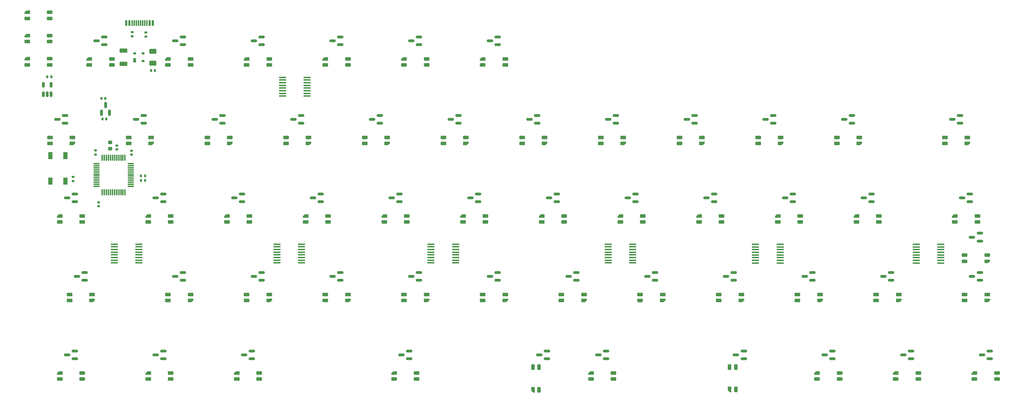
<source format=gbr>
G04 #@! TF.GenerationSoftware,KiCad,Pcbnew,(7.0.0)*
G04 #@! TF.CreationDate,2023-09-30T19:12:23+02:00*
G04 #@! TF.ProjectId,vootington gaming,766f6f74-696e-4677-946f-6e2067616d69,rev?*
G04 #@! TF.SameCoordinates,Original*
G04 #@! TF.FileFunction,Paste,Bot*
G04 #@! TF.FilePolarity,Positive*
%FSLAX46Y46*%
G04 Gerber Fmt 4.6, Leading zero omitted, Abs format (unit mm)*
G04 Created by KiCad (PCBNEW (7.0.0)) date 2023-09-30 19:12:23*
%MOMM*%
%LPD*%
G01*
G04 APERTURE LIST*
G04 Aperture macros list*
%AMRoundRect*
0 Rectangle with rounded corners*
0 $1 Rounding radius*
0 $2 $3 $4 $5 $6 $7 $8 $9 X,Y pos of 4 corners*
0 Add a 4 corners polygon primitive as box body*
4,1,4,$2,$3,$4,$5,$6,$7,$8,$9,$2,$3,0*
0 Add four circle primitives for the rounded corners*
1,1,$1+$1,$2,$3*
1,1,$1+$1,$4,$5*
1,1,$1+$1,$6,$7*
1,1,$1+$1,$8,$9*
0 Add four rect primitives between the rounded corners*
20,1,$1+$1,$2,$3,$4,$5,0*
20,1,$1+$1,$4,$5,$6,$7,0*
20,1,$1+$1,$6,$7,$8,$9,0*
20,1,$1+$1,$8,$9,$2,$3,0*%
%AMFreePoly0*
4,1,18,-0.410000,0.593000,-0.403758,0.624380,-0.385983,0.650983,-0.359380,0.668758,-0.328000,0.675000,0.328000,0.675000,0.359380,0.668758,0.385983,0.650983,0.403758,0.624380,0.410000,0.593000,0.410000,-0.593000,0.403758,-0.624380,0.385983,-0.650983,0.359380,-0.668758,0.328000,-0.675000,0.000000,-0.675000,-0.410000,-0.265000,-0.410000,0.593000,-0.410000,0.593000,$1*%
G04 Aperture macros list end*
%ADD10RoundRect,0.082000X-0.328000X-0.593000X0.328000X-0.593000X0.328000X0.593000X-0.328000X0.593000X0*%
%ADD11FreePoly0,0.000000*%
%ADD12RoundRect,0.150000X0.150000X-0.512500X0.150000X0.512500X-0.150000X0.512500X-0.150000X-0.512500X0*%
%ADD13RoundRect,0.150000X0.587500X0.150000X-0.587500X0.150000X-0.587500X-0.150000X0.587500X-0.150000X0*%
%ADD14R,1.778000X0.419100*%
%ADD15RoundRect,0.082000X-0.593000X0.328000X-0.593000X-0.328000X0.593000X-0.328000X0.593000X0.328000X0*%
%ADD16FreePoly0,270.000000*%
%ADD17RoundRect,0.082000X0.593000X-0.328000X0.593000X0.328000X-0.593000X0.328000X-0.593000X-0.328000X0*%
%ADD18FreePoly0,90.000000*%
%ADD19R,1.100000X1.800000*%
%ADD20RoundRect,0.075000X0.662500X0.075000X-0.662500X0.075000X-0.662500X-0.075000X0.662500X-0.075000X0*%
%ADD21RoundRect,0.075000X0.075000X0.662500X-0.075000X0.662500X-0.075000X-0.662500X0.075000X-0.662500X0*%
%ADD22RoundRect,0.140000X0.140000X0.170000X-0.140000X0.170000X-0.140000X-0.170000X0.140000X-0.170000X0*%
%ADD23RoundRect,0.135000X0.185000X-0.135000X0.185000X0.135000X-0.185000X0.135000X-0.185000X-0.135000X0*%
%ADD24RoundRect,0.140000X-0.140000X-0.170000X0.140000X-0.170000X0.140000X0.170000X-0.140000X0.170000X0*%
%ADD25R,0.700000X1.000000*%
%ADD26R,0.700000X0.600000*%
%ADD27RoundRect,0.140000X-0.170000X0.140000X-0.170000X-0.140000X0.170000X-0.140000X0.170000X0.140000X0*%
%ADD28R,0.600000X1.450000*%
%ADD29R,0.300000X1.450000*%
%ADD30RoundRect,0.140000X0.170000X-0.140000X0.170000X0.140000X-0.170000X0.140000X-0.170000X-0.140000X0*%
%ADD31RoundRect,0.250000X0.700000X-0.275000X0.700000X0.275000X-0.700000X0.275000X-0.700000X-0.275000X0*%
%ADD32RoundRect,0.225000X0.250000X-0.225000X0.250000X0.225000X-0.250000X0.225000X-0.250000X-0.225000X0*%
%ADD33RoundRect,0.150000X0.150000X-0.587500X0.150000X0.587500X-0.150000X0.587500X-0.150000X-0.587500X0*%
%ADD34RoundRect,0.250000X-0.625000X0.375000X-0.625000X-0.375000X0.625000X-0.375000X0.625000X0.375000X0*%
G04 APERTURE END LIST*
D10*
X152212750Y-101395000D03*
X150712750Y-101395000D03*
X152212750Y-106845000D03*
D11*
X150712749Y-106844999D03*
D12*
X34093250Y-35172250D03*
X33143250Y-35172250D03*
X32193250Y-35172250D03*
X32193250Y-32897250D03*
X34093250Y-32897250D03*
D13*
X258906250Y-68900000D03*
X258906250Y-70800000D03*
X257031250Y-69850000D03*
D14*
X210569635Y-71563904D03*
X210569635Y-72214144D03*
X210569635Y-72864384D03*
X210569635Y-73514624D03*
X210569635Y-74159784D03*
X210569635Y-74810024D03*
X210569635Y-75460264D03*
X210569635Y-76110504D03*
X204620955Y-76110504D03*
X204620955Y-75460264D03*
X204620955Y-74810024D03*
X204620955Y-74159784D03*
X204620955Y-73514624D03*
X204620955Y-72864384D03*
X204620955Y-72214144D03*
X204620955Y-71563904D03*
D15*
X41618750Y-104279000D03*
X41618750Y-102779000D03*
X36168750Y-104279000D03*
D16*
X36168749Y-102778999D03*
D13*
X201756250Y-97475000D03*
X201756250Y-99375000D03*
X199881250Y-98425000D03*
D17*
X109987500Y-45629000D03*
X109987500Y-47129000D03*
X115437500Y-45629000D03*
D18*
X115437499Y-47128999D03*
D13*
X39831250Y-97475000D03*
X39831250Y-99375000D03*
X37956250Y-98425000D03*
D17*
X38550000Y-83729000D03*
X38550000Y-85229000D03*
X44000000Y-83729000D03*
D18*
X43999999Y-85228999D03*
D13*
X151750000Y-40325000D03*
X151750000Y-42225000D03*
X149875000Y-41275000D03*
D17*
X214762500Y-83729000D03*
X214762500Y-85229000D03*
X220212500Y-83729000D03*
D18*
X220212499Y-85228999D03*
D15*
X263075000Y-104279000D03*
X263075000Y-102779000D03*
X257625000Y-104279000D03*
D16*
X257624999Y-102778999D03*
D13*
X85075000Y-78425000D03*
X85075000Y-80325000D03*
X83200000Y-79375000D03*
X120793750Y-97475000D03*
X120793750Y-99375000D03*
X118918750Y-98425000D03*
D19*
X33868749Y-50081249D03*
X33868749Y-56281249D03*
X37568749Y-50081249D03*
X37568749Y-56281249D03*
D20*
X53375000Y-52018750D03*
X53375000Y-52518750D03*
X53375000Y-53018750D03*
X53375000Y-53518750D03*
X53375000Y-54018750D03*
X53375000Y-54518750D03*
X53375000Y-55018750D03*
X53375000Y-55518750D03*
X53375000Y-56018750D03*
X53375000Y-56518750D03*
X53375000Y-57018750D03*
X53375000Y-57518750D03*
D21*
X51962500Y-58931250D03*
X51462500Y-58931250D03*
X50962500Y-58931250D03*
X50462500Y-58931250D03*
X49962500Y-58931250D03*
X49462500Y-58931250D03*
X48962500Y-58931250D03*
X48462500Y-58931250D03*
X47962500Y-58931250D03*
X47462500Y-58931250D03*
X46962500Y-58931250D03*
X46462500Y-58931250D03*
D20*
X45050000Y-57518750D03*
X45050000Y-57018750D03*
X45050000Y-56518750D03*
X45050000Y-56018750D03*
X45050000Y-55518750D03*
X45050000Y-55018750D03*
X45050000Y-54518750D03*
X45050000Y-54018750D03*
X45050000Y-53518750D03*
X45050000Y-53018750D03*
X45050000Y-52518750D03*
X45050000Y-52018750D03*
D21*
X46462500Y-50606250D03*
X46962500Y-50606250D03*
X47462500Y-50606250D03*
X47962500Y-50606250D03*
X48462500Y-50606250D03*
X48962500Y-50606250D03*
X49462500Y-50606250D03*
X49962500Y-50606250D03*
X50462500Y-50606250D03*
X50962500Y-50606250D03*
X51462500Y-50606250D03*
X51962500Y-50606250D03*
D17*
X186187500Y-45629000D03*
X186187500Y-47129000D03*
X191637500Y-45629000D03*
D18*
X191637499Y-47128999D03*
D22*
X59217500Y-29368750D03*
X58257500Y-29368750D03*
D15*
X84481250Y-104279000D03*
X84481250Y-102779000D03*
X79031250Y-104279000D03*
D16*
X79031249Y-102778999D03*
D15*
X33737500Y-16790000D03*
X33737500Y-15290000D03*
X28287500Y-16790000D03*
D16*
X28287499Y-15289999D03*
D23*
X53721589Y-21147501D03*
X53721589Y-20127501D03*
D24*
X55866106Y-54997317D03*
X56826106Y-54997317D03*
D15*
X63050000Y-66179000D03*
X63050000Y-64679000D03*
X57600000Y-66179000D03*
D16*
X57599999Y-64678999D03*
D15*
X101150000Y-66179000D03*
X101150000Y-64679000D03*
X95700000Y-66179000D03*
D16*
X95699999Y-64678999D03*
D13*
X199375000Y-78425000D03*
X199375000Y-80325000D03*
X197500000Y-79375000D03*
X137462500Y-59375000D03*
X137462500Y-61275000D03*
X135587500Y-60325000D03*
D25*
X54309088Y-26943749D03*
D26*
X54309088Y-25243749D03*
X56309088Y-25243749D03*
X56309088Y-27143749D03*
D13*
X227950000Y-40325000D03*
X227950000Y-42225000D03*
X226075000Y-41275000D03*
X256525000Y-59375000D03*
X256525000Y-61275000D03*
X254650000Y-60325000D03*
X156512500Y-59375000D03*
X156512500Y-61275000D03*
X154637500Y-60325000D03*
D24*
X46250752Y-36145933D03*
X47210752Y-36145933D03*
D13*
X66025000Y-21275000D03*
X66025000Y-23175000D03*
X64150000Y-22225000D03*
D17*
X71887500Y-45629000D03*
X71887500Y-47129000D03*
X77337500Y-45629000D03*
D18*
X77337499Y-47128999D03*
D15*
X120200000Y-66179000D03*
X120200000Y-64679000D03*
X114750000Y-66179000D03*
D16*
X114749999Y-64678999D03*
D15*
X215450000Y-66179000D03*
X215450000Y-64679000D03*
X210000000Y-66179000D03*
D16*
X209999999Y-64678999D03*
D15*
X33737500Y-28055000D03*
X33737500Y-26555000D03*
X28287500Y-28055000D03*
D16*
X28287499Y-26554999D03*
D17*
X255243750Y-74204000D03*
X255243750Y-75704000D03*
X260693750Y-74204000D03*
D18*
X260693749Y-75703999D03*
D13*
X123175000Y-21275000D03*
X123175000Y-23175000D03*
X121300000Y-22225000D03*
X142225000Y-78425000D03*
X142225000Y-80325000D03*
X140350000Y-79375000D03*
D17*
X33787500Y-45629000D03*
X33787500Y-47129000D03*
X39237500Y-45629000D03*
D18*
X39237499Y-47128999D03*
D13*
X132700000Y-40325000D03*
X132700000Y-42225000D03*
X130825000Y-41275000D03*
D24*
X55859704Y-56073622D03*
X56819704Y-56073622D03*
D15*
X67812500Y-28079000D03*
X67812500Y-26579000D03*
X62362500Y-28079000D03*
D16*
X62362499Y-26578999D03*
D13*
X154131250Y-97475000D03*
X154131250Y-99375000D03*
X152256250Y-98425000D03*
D23*
X57037122Y-21176841D03*
X57037122Y-20156841D03*
D15*
X41618750Y-66179000D03*
X41618750Y-64679000D03*
X36168750Y-66179000D03*
D16*
X36168749Y-64678999D03*
D17*
X195712500Y-83729000D03*
X195712500Y-85229000D03*
X201162500Y-83729000D03*
D18*
X201162499Y-85228999D03*
D13*
X123175000Y-78425000D03*
X123175000Y-80325000D03*
X121300000Y-79375000D03*
D17*
X224287500Y-45629000D03*
X224287500Y-47129000D03*
X229737500Y-45629000D03*
D18*
X229737499Y-47128999D03*
D13*
X82693750Y-97475000D03*
X82693750Y-99375000D03*
X80818750Y-98425000D03*
D27*
X45574303Y-61406884D03*
X45574303Y-62366884D03*
D10*
X199825749Y-101338000D03*
X198325749Y-101338000D03*
X199825749Y-106788000D03*
D11*
X198325748Y-106787999D03*
D13*
X180325000Y-78425000D03*
X180325000Y-80325000D03*
X178450000Y-79375000D03*
X104125000Y-21275000D03*
X104125000Y-23175000D03*
X102250000Y-22225000D03*
D15*
X144012500Y-28079000D03*
X144012500Y-26579000D03*
X138562500Y-28079000D03*
D16*
X138562499Y-26578999D03*
D13*
X66025000Y-78425000D03*
X66025000Y-80325000D03*
X64150000Y-79375000D03*
D14*
X55361839Y-71545449D03*
X55361839Y-72195689D03*
X55361839Y-72845929D03*
X55361839Y-73496169D03*
X55361839Y-74141329D03*
X55361839Y-74791569D03*
X55361839Y-75441809D03*
X55361839Y-76092049D03*
X49413159Y-76092049D03*
X49413159Y-75441809D03*
X49413159Y-74791569D03*
X49413159Y-74141329D03*
X49413159Y-73496169D03*
X49413159Y-72845929D03*
X49413159Y-72195689D03*
X49413159Y-71545449D03*
D13*
X37450000Y-40325000D03*
X37450000Y-42225000D03*
X35575000Y-41275000D03*
X237475000Y-78425000D03*
X237475000Y-80325000D03*
X235600000Y-79375000D03*
X261287500Y-97475000D03*
X261287500Y-99375000D03*
X259412500Y-98425000D03*
X61262500Y-97475000D03*
X61262500Y-99375000D03*
X59387500Y-98425000D03*
X113650000Y-40325000D03*
X113650000Y-42225000D03*
X111775000Y-41275000D03*
X104125000Y-78425000D03*
X104125000Y-80325000D03*
X102250000Y-79375000D03*
X56500000Y-40325000D03*
X56500000Y-42225000D03*
X54625000Y-41275000D03*
D28*
X52248999Y-17935624D03*
X53048999Y-17935624D03*
D29*
X54248999Y-17935624D03*
X55248999Y-17935624D03*
X55748999Y-17935624D03*
X56748999Y-17935624D03*
D28*
X57948999Y-17935624D03*
X58748999Y-17935624D03*
X58748999Y-17935624D03*
X57948999Y-17935624D03*
D29*
X57248999Y-17935624D03*
X56248999Y-17935624D03*
X54748999Y-17935624D03*
X53748999Y-17935624D03*
D28*
X53048999Y-17935624D03*
X52248999Y-17935624D03*
D13*
X170800000Y-40325000D03*
X170800000Y-42225000D03*
X168925000Y-41275000D03*
D15*
X124962500Y-28079000D03*
X124962500Y-26579000D03*
X119512500Y-28079000D03*
D16*
X119512499Y-26578999D03*
D14*
X96043749Y-31064199D03*
X96043749Y-31714439D03*
X96043749Y-32364679D03*
X96043749Y-33014919D03*
X96043749Y-33660079D03*
X96043749Y-34310319D03*
X96043749Y-34960559D03*
X96043749Y-35610799D03*
X90095069Y-35610799D03*
X90095069Y-34960559D03*
X90095069Y-34310319D03*
X90095069Y-33660079D03*
X90095069Y-33014919D03*
X90095069Y-32364679D03*
X90095069Y-31714439D03*
X90095069Y-31064199D03*
D13*
X223187500Y-97475000D03*
X223187500Y-99375000D03*
X221312500Y-98425000D03*
D15*
X224975000Y-104279000D03*
X224975000Y-102779000D03*
X219525000Y-104279000D03*
D16*
X219524999Y-102778999D03*
D14*
X174850885Y-71543434D03*
X174850885Y-72193674D03*
X174850885Y-72843914D03*
X174850885Y-73494154D03*
X174850885Y-74139314D03*
X174850885Y-74789554D03*
X174850885Y-75439794D03*
X174850885Y-76090034D03*
X168902205Y-76090034D03*
X168902205Y-75439794D03*
X168902205Y-74789554D03*
X168902205Y-74139314D03*
X168902205Y-73494154D03*
X168902205Y-72843914D03*
X168902205Y-72193674D03*
X168902205Y-71543434D03*
D17*
X250481250Y-45629000D03*
X250481250Y-47129000D03*
X255931250Y-45629000D03*
D18*
X255931249Y-47128999D03*
D15*
X82100000Y-66179000D03*
X82100000Y-64679000D03*
X76650000Y-66179000D03*
D16*
X76649999Y-64678999D03*
D13*
X61262500Y-59375000D03*
X61262500Y-61275000D03*
X59387500Y-60325000D03*
X80312500Y-59375000D03*
X80312500Y-61275000D03*
X78437500Y-60325000D03*
D30*
X44848806Y-49792201D03*
X44848806Y-48832201D03*
D15*
X234500000Y-66179000D03*
X234500000Y-64679000D03*
X229050000Y-66179000D03*
D16*
X229049999Y-64678999D03*
D15*
X86862500Y-28079000D03*
X86862500Y-26579000D03*
X81412500Y-28079000D03*
D16*
X81412499Y-26578999D03*
D13*
X118412500Y-59375000D03*
X118412500Y-61275000D03*
X116537500Y-60325000D03*
D30*
X50006250Y-48582962D03*
X50006250Y-47622962D03*
D13*
X175562500Y-59375000D03*
X175562500Y-61275000D03*
X173687500Y-60325000D03*
D22*
X47456127Y-41181945D03*
X46496127Y-41181945D03*
D17*
X205237500Y-45629000D03*
X205237500Y-47129000D03*
X210687500Y-45629000D03*
D18*
X210687499Y-47128999D03*
D23*
X39379783Y-56280538D03*
X39379783Y-55260538D03*
D17*
X129037500Y-45629000D03*
X129037500Y-47129000D03*
X134487500Y-45629000D03*
D18*
X134487499Y-47128999D03*
D15*
X158300000Y-66179000D03*
X158300000Y-64679000D03*
X152850000Y-66179000D03*
D16*
X152849999Y-64678999D03*
D17*
X100462500Y-83729000D03*
X100462500Y-85229000D03*
X105912500Y-83729000D03*
D18*
X105912499Y-85228999D03*
D17*
X233812500Y-83729000D03*
X233812500Y-85229000D03*
X239262500Y-83729000D03*
D18*
X239262499Y-85228999D03*
D17*
X90937500Y-45629000D03*
X90937500Y-47129000D03*
X96387500Y-45629000D03*
D18*
X96387499Y-47128999D03*
D14*
X249463385Y-71563904D03*
X249463385Y-72214144D03*
X249463385Y-72864384D03*
X249463385Y-73514624D03*
X249463385Y-74159784D03*
X249463385Y-74810024D03*
X249463385Y-75460264D03*
X249463385Y-76110504D03*
X243514705Y-76110504D03*
X243514705Y-75460264D03*
X243514705Y-74810024D03*
X243514705Y-74159784D03*
X243514705Y-73514624D03*
X243514705Y-72864384D03*
X243514705Y-72214144D03*
X243514705Y-71563904D03*
D15*
X105912500Y-28079000D03*
X105912500Y-26579000D03*
X100462500Y-28079000D03*
D16*
X100462499Y-26578999D03*
D15*
X33737500Y-22422500D03*
X33737500Y-20922500D03*
X28287500Y-22422500D03*
D16*
X28287499Y-20922499D03*
D31*
X51593750Y-27768750D03*
X51593750Y-24618750D03*
D15*
X244025000Y-104279000D03*
X244025000Y-102779000D03*
X238575000Y-104279000D03*
D16*
X238574999Y-102778999D03*
D17*
X81412500Y-83729000D03*
X81412500Y-85229000D03*
X86862500Y-83729000D03*
D18*
X86862499Y-85228999D03*
D17*
X255243750Y-83729000D03*
X255243750Y-85229000D03*
X260693750Y-83729000D03*
D18*
X260693749Y-85228999D03*
D17*
X157612500Y-83729000D03*
X157612500Y-85229000D03*
X163062500Y-83729000D03*
D18*
X163062499Y-85228999D03*
D30*
X53577271Y-49854806D03*
X53577271Y-48894806D03*
D17*
X138562500Y-83729000D03*
X138562500Y-85229000D03*
X144012500Y-83729000D03*
D18*
X144012499Y-85228999D03*
D13*
X39831250Y-59375000D03*
X39831250Y-61275000D03*
X37956250Y-60325000D03*
X94600000Y-40325000D03*
X94600000Y-42225000D03*
X92725000Y-41275000D03*
X189850000Y-40325000D03*
X189850000Y-42225000D03*
X187975000Y-41275000D03*
X242237500Y-97475000D03*
X242237500Y-99375000D03*
X240362500Y-98425000D03*
D17*
X167137500Y-45629000D03*
X167137500Y-47129000D03*
X172587500Y-45629000D03*
D18*
X172587499Y-47128999D03*
D13*
X232712500Y-59375000D03*
X232712500Y-61275000D03*
X230837500Y-60325000D03*
X99362500Y-59375000D03*
X99362500Y-61275000D03*
X97487500Y-60325000D03*
X168418750Y-97475000D03*
X168418750Y-99375000D03*
X166543750Y-98425000D03*
D15*
X139250000Y-66179000D03*
X139250000Y-64679000D03*
X133800000Y-66179000D03*
D16*
X133799999Y-64678999D03*
D13*
X218425000Y-78425000D03*
X218425000Y-80325000D03*
X216550000Y-79375000D03*
X254143750Y-40325000D03*
X254143750Y-42225000D03*
X252268750Y-41275000D03*
D17*
X148087500Y-45629000D03*
X148087500Y-47129000D03*
X153537500Y-45629000D03*
D18*
X153537499Y-47128999D03*
D13*
X213662500Y-59375000D03*
X213662500Y-61275000D03*
X211787500Y-60325000D03*
D15*
X258312500Y-66179000D03*
X258312500Y-64679000D03*
X252862500Y-66179000D03*
D16*
X252862499Y-64678999D03*
D15*
X177350000Y-66179000D03*
X177350000Y-64679000D03*
X171900000Y-66179000D03*
D16*
X171899999Y-64678999D03*
D32*
X48418750Y-48400000D03*
X48418750Y-46850000D03*
D13*
X46975000Y-21275000D03*
X46975000Y-23175000D03*
X45100000Y-22225000D03*
D17*
X119512500Y-83729000D03*
X119512500Y-85229000D03*
X124962500Y-83729000D03*
D18*
X124962499Y-85228999D03*
D13*
X194612500Y-59375000D03*
X194612500Y-61275000D03*
X192737500Y-60325000D03*
X161275000Y-78425000D03*
X161275000Y-80325000D03*
X159400000Y-79375000D03*
X42212500Y-78425000D03*
X42212500Y-80325000D03*
X40337500Y-79375000D03*
D14*
X94682135Y-71545449D03*
X94682135Y-72195689D03*
X94682135Y-72845929D03*
X94682135Y-73496169D03*
X94682135Y-74141329D03*
X94682135Y-74791569D03*
X94682135Y-75441809D03*
X94682135Y-76092049D03*
X88733455Y-76092049D03*
X88733455Y-75441809D03*
X88733455Y-74791569D03*
X88733455Y-74141329D03*
X88733455Y-73496169D03*
X88733455Y-72845929D03*
X88733455Y-72195689D03*
X88733455Y-71545449D03*
D13*
X258906250Y-78425000D03*
X258906250Y-80325000D03*
X257031250Y-79375000D03*
X85075000Y-21275000D03*
X85075000Y-23175000D03*
X83200000Y-22225000D03*
D14*
X131988385Y-71543434D03*
X131988385Y-72193674D03*
X131988385Y-72843914D03*
X131988385Y-73494154D03*
X131988385Y-74139314D03*
X131988385Y-74789554D03*
X131988385Y-75439794D03*
X131988385Y-76090034D03*
X126039705Y-76090034D03*
X126039705Y-75439794D03*
X126039705Y-74789554D03*
X126039705Y-74139314D03*
X126039705Y-73494154D03*
X126039705Y-72843914D03*
X126039705Y-72193674D03*
X126039705Y-71543434D03*
D24*
X33171250Y-30956250D03*
X34131250Y-30956250D03*
D13*
X208900000Y-40325000D03*
X208900000Y-42225000D03*
X207025000Y-41275000D03*
D33*
X48187212Y-39635873D03*
X46287212Y-39635873D03*
X47237212Y-37760873D03*
D15*
X170206250Y-104279000D03*
X170206250Y-102779000D03*
X164756250Y-104279000D03*
D16*
X164756249Y-102778999D03*
D34*
X58737500Y-24793750D03*
X58737500Y-27593750D03*
D15*
X48762500Y-28079000D03*
X48762500Y-26579000D03*
X43312500Y-28079000D03*
D16*
X43312499Y-26578999D03*
D17*
X52837500Y-45629000D03*
X52837500Y-47129000D03*
X58287500Y-45629000D03*
D18*
X58287499Y-47128999D03*
D13*
X142225000Y-21275000D03*
X142225000Y-23175000D03*
X140350000Y-22225000D03*
X75550000Y-40325000D03*
X75550000Y-42225000D03*
X73675000Y-41275000D03*
D17*
X176662500Y-83729000D03*
X176662500Y-85229000D03*
X182112500Y-83729000D03*
D18*
X182112499Y-85228999D03*
D17*
X62362500Y-83729000D03*
X62362500Y-85229000D03*
X67812500Y-83729000D03*
D18*
X67812499Y-85228999D03*
D15*
X63050000Y-104279000D03*
X63050000Y-102779000D03*
X57600000Y-104279000D03*
D16*
X57599999Y-102778999D03*
D15*
X196400000Y-66179000D03*
X196400000Y-64679000D03*
X190950000Y-66179000D03*
D16*
X190949999Y-64678999D03*
D15*
X122581250Y-104279000D03*
X122581250Y-102779000D03*
X117131250Y-104279000D03*
D16*
X117131249Y-102778999D03*
M02*

</source>
